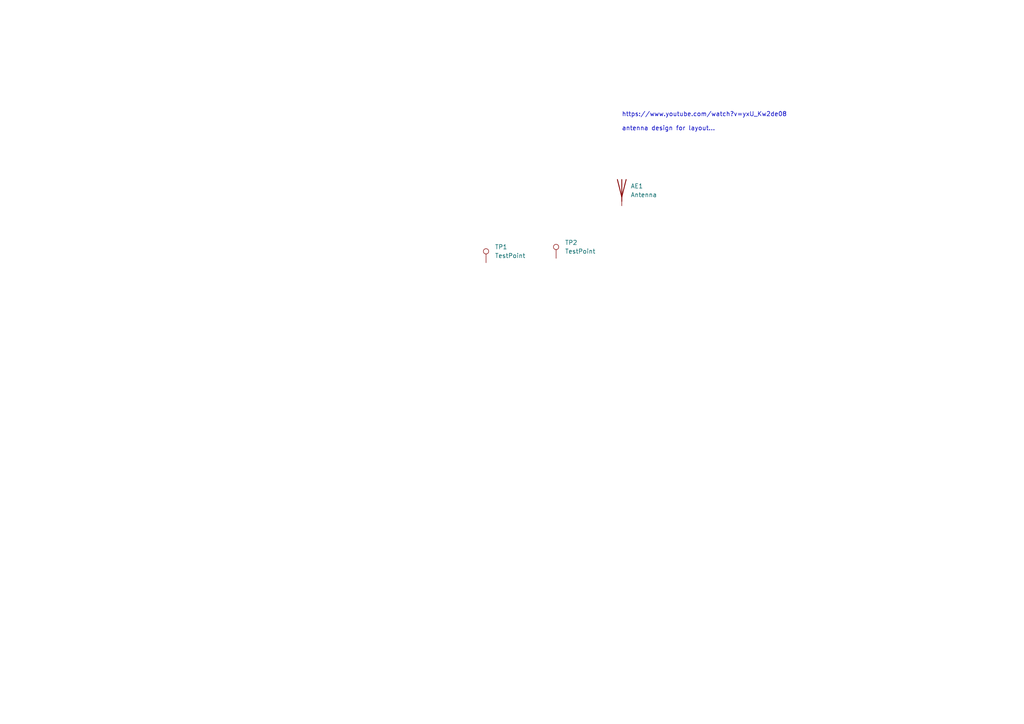
<source format=kicad_sch>
(kicad_sch (version 20230121) (generator eeschema)
  (paper "A4")
  (lib_symbols
    (symbol "Connector:TestPoint" (pin_numbers hide) (pin_names (offset 0.762) hide)
      (property "Reference" "TP" (at 0 6.858 0))
      (property "Value" "TestPoint" (at 0 5.08 0))
      (symbol "TestPoint_0_1"
        (circle (center 0 3.302) (radius 0.762))
      )
      (symbol "TestPoint_1_1"
        (pin passive line (at 0 0 90) (length 2.54) (name "1") (number "1"))
      )
    )
    (symbol "Device:Antenna" (pin_numbers hide) (pin_names (offset 1.016) hide)
      (property "Reference" "AE" (at -1.905 1.905 0))
      (property "Value" "Antenna" (at -1.905 0 0))
      (symbol "Antenna_0_1"
        (polyline (pts (xy 0 2.54) (xy 0 -3.81)) (stroke (width 0.254)))
        (polyline (pts (xy 1.27 2.54) (xy 0 -2.54) (xy -1.27 2.54)) (stroke (width 0.254)))
      )
      (symbol "Antenna_1_1"
        (pin input line (at 0 -5.08 90) (length 2.54) (name "A") (number "1"))
      )
    )
  )
  (text "https://www.youtube.com/watch?v=yxU_Kw2de08\n\nantenna design for layout..." (at 180.34 38.1 0) (effects (font (size 1.27 1.27)) (justify left bottom)))
  (symbol (lib_id "Connector:TestPoint") (at 140.97 76.2 0) (unit 1)
    (property "Reference" "TP1" (at 143.51 71.628 0) (effects (justify left)))
    (property "Value" "TestPoint" (at 143.51 74.168 0) (effects (justify left)))
  )
  (symbol (lib_id "Connector:TestPoint") (at 161.29 74.93 0) (unit 1)
    (property "Reference" "TP2" (at 163.83 70.358 0) (effects (justify left)))
    (property "Value" "TestPoint" (at 163.83 72.898 0) (effects (justify left)))
  )
  (symbol (lib_id "Device:Antenna") (at 180.34 54.61 0) (unit 1)
    (property "Reference" "AE1" (at 182.88 53.975 0) (effects (justify left)))
    (property "Value" "Antenna" (at 182.88 56.515 0) (effects (justify left)))
  )
)
</source>
